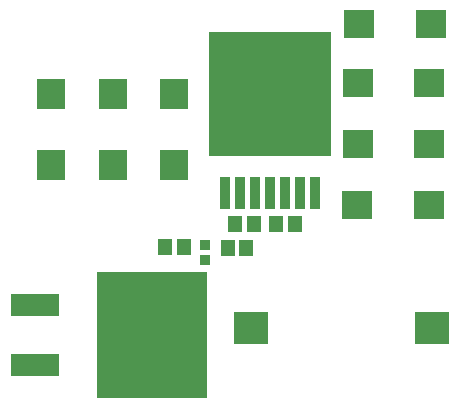
<source format=gtp>
G04*
G04 #@! TF.GenerationSoftware,Altium Limited,Altium Designer,22.7.1 (60)*
G04*
G04 Layer_Color=8421504*
%FSLAX44Y44*%
%MOMM*%
G71*
G04*
G04 #@! TF.SameCoordinates,592D77DD-D8C5-47A4-952F-68E34D40BC98*
G04*
G04*
G04 #@! TF.FilePolarity,Positive*
G04*
G01*
G75*
%ADD18R,2.4500X2.5500*%
%ADD19R,10.4140X10.4648*%
%ADD20R,0.8636X2.6924*%
%ADD21R,2.5500X2.4500*%
%ADD22R,1.3000X1.4000*%
%ADD23R,0.9500X0.8500*%
%ADD24R,9.3000X10.7500*%
%ADD25R,4.1500X1.8500*%
%ADD26R,2.9200X2.7900*%
D18*
X956056Y721844D02*
D03*
Y782344D02*
D03*
X904240Y722098D02*
D03*
Y782598D02*
D03*
X852170Y721844D02*
D03*
Y782344D02*
D03*
D19*
X1037590Y782574D02*
D03*
D20*
X1075690Y698246D02*
D03*
X1062990D02*
D03*
X1050290D02*
D03*
X1037590D02*
D03*
X1024890D02*
D03*
X1012190D02*
D03*
X999490D02*
D03*
D21*
X1173250Y841248D02*
D03*
X1112750D02*
D03*
X1172234Y791210D02*
D03*
X1111734D02*
D03*
X1172234Y740156D02*
D03*
X1111734D02*
D03*
X1171726Y688594D02*
D03*
X1111226D02*
D03*
D22*
X1042290Y671830D02*
D03*
X1058290D02*
D03*
X1024000D02*
D03*
X1008000D02*
D03*
X1001396Y651764D02*
D03*
X1017396D02*
D03*
X964310Y653034D02*
D03*
X948310D02*
D03*
D23*
X982218Y654708D02*
D03*
Y641708D02*
D03*
D24*
X937768Y578358D02*
D03*
D25*
X838768Y552958D02*
D03*
Y603758D02*
D03*
D26*
X1174638Y584200D02*
D03*
X1020938D02*
D03*
M02*

</source>
